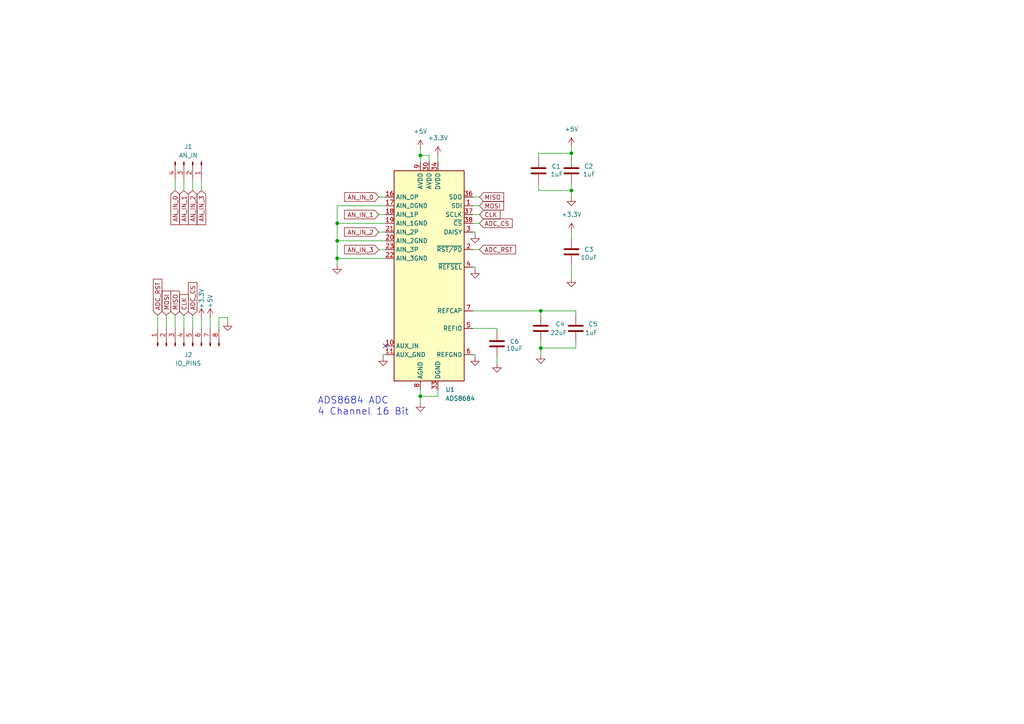
<source format=kicad_sch>
(kicad_sch (version 20231120) (generator "eeschema") (generator_version "8.0")
  (paper "A4")
  (lib_symbols
    (symbol "Analog_ADC:ADS8684"
      (property "Reference" "U" (at -8.89 31.75 0))
      (property "Value" "ADS8684" (at 8.89 31.75 0))
      (symbol "ADS8684_0_1"
        (rectangle (start -10.16 30.48) (end 10.16 -30.48) (stroke (width 0.254)) (fill (type background)))
      )
      (symbol "ADS8684_1_1"
        (pin input line (at 12.7 20.32 180) (length 2.54) (name "SDI") (number "1"))
        (pin input line (at -12.7 -20.32 0) (length 2.54) (name "AUX_IN") (number "10"))
        (pin input line (at -12.7 -22.86 0) (length 2.54) (name "AUX_GND") (number "11"))
        (pin no_connect line (at -10.16 -7.62 0) (length 2.54) hide (name "NC") (number "12"))
        (pin no_connect line (at -10.16 -10.16 0) (length 2.54) hide (name "NC") (number "13"))
        (pin no_connect line (at -10.16 -12.7 0) (length 2.54) hide (name "NC") (number "14"))
        (pin no_connect line (at -10.16 -15.24 0) (length 2.54) hide (name "NC") (number "15"))
        (pin input line (at -12.7 22.86 0) (length 2.54) (name "AIN_0P") (number "16"))
        (pin input line (at -12.7 20.32 0) (length 2.54) (name "AIN_0GND") (number "17"))
        (pin input line (at -12.7 17.78 0) (length 2.54) (name "AIN_1P") (number "18"))
        (pin input line (at -12.7 15.24 0) (length 2.54) (name "AIN_1GND") (number "19"))
        (pin input line (at 12.7 7.62 180) (length 2.54) (name "~{RST/PD}") (number "2"))
        (pin input line (at -12.7 10.16 0) (length 2.54) (name "AIN_2GND") (number "20"))
        (pin input line (at -12.7 12.7 0) (length 2.54) (name "AIN_2P") (number "21"))
        (pin input line (at -12.7 5.08 0) (length 2.54) (name "AIN_3GND") (number "22"))
        (pin input line (at -12.7 7.62 0) (length 2.54) (name "AIN_3P") (number "23"))
        (pin no_connect line (at -10.16 0 0) (length 2.54) hide (name "NC") (number "24"))
        (pin no_connect line (at -10.16 2.54 0) (length 2.54) hide (name "NC") (number "25"))
        (pin no_connect line (at -10.16 -5.08 0) (length 2.54) hide (name "NC") (number "26"))
        (pin no_connect line (at -10.16 -2.54 0) (length 2.54) hide (name "NC") (number "27"))
        (pin passive line (at -2.54 -33.02 90) (length 2.54) hide (name "AGND") (number "28"))
        (pin passive line (at -2.54 -33.02 90) (length 2.54) hide (name "AGND") (number "29"))
        (pin input line (at 12.7 12.7 180) (length 2.54) (name "DAISY") (number "3"))
        (pin power_in line (at 0 33.02 270) (length 2.54) (name "AVDD") (number "30"))
        (pin passive line (at -2.54 -33.02 90) (length 2.54) hide (name "AGND") (number "31"))
        (pin passive line (at -2.54 -33.02 90) (length 2.54) hide (name "AGND") (number "32"))
        (pin power_in line (at 2.54 -33.02 90) (length 2.54) (name "DGND") (number "33"))
        (pin power_in line (at 2.54 33.02 270) (length 2.54) (name "DVDD") (number "34"))
        (pin no_connect line (at 10.16 -5.08 180) (length 2.54) hide (name "DNC") (number "35"))
        (pin output line (at 12.7 22.86 180) (length 2.54) (name "SDO") (number "36"))
        (pin input line (at 12.7 17.78 180) (length 2.54) (name "SCLK") (number "37"))
        (pin input line (at 12.7 15.24 180) (length 2.54) (name "~{CS}") (number "38"))
        (pin input line (at 12.7 2.54 180) (length 2.54) (name "~{REFSEL}") (number "4"))
        (pin passive line (at 12.7 -15.24 180) (length 2.54) (name "REFIO") (number "5"))
        (pin power_in line (at 12.7 -22.86 180) (length 2.54) (name "REFGND") (number "6"))
        (pin passive line (at 12.7 -10.16 180) (length 2.54) (name "REFCAP") (number "7"))
        (pin power_in line (at -2.54 -33.02 90) (length 2.54) (name "AGND") (number "8"))
        (pin power_in line (at -2.54 33.02 270) (length 2.54) (name "AVDD") (number "9"))
      )
    )
    (symbol "Connector:Conn_01x04_Pin" (pin_names (offset 1.016) hide)
      (property "Reference" "J" (at 0 5.08 0))
      (property "Value" "Conn_01x04_Pin" (at 0 -7.62 0))
      (symbol "Conn_01x04_Pin_1_1"
        (polyline (pts (xy 1.27 -5.08) (xy 0.8636 -5.08)) (stroke (width 0.1524)))
        (polyline (pts (xy 1.27 -2.54) (xy 0.8636 -2.54)) (stroke (width 0.1524)))
        (polyline (pts (xy 1.27 0) (xy 0.8636 0)) (stroke (width 0.1524)))
        (polyline (pts (xy 1.27 2.54) (xy 0.8636 2.54)) (stroke (width 0.1524)))
        (rectangle (start 0.8636 -4.953) (end 0 -5.207) (stroke (width 0.1524)) (fill (type outline)))
        (rectangle (start 0.8636 -2.413) (end 0 -2.667) (stroke (width 0.1524)) (fill (type outline)))
        (rectangle (start 0.8636 0.127) (end 0 -0.127) (stroke (width 0.1524)) (fill (type outline)))
        (rectangle (start 0.8636 2.667) (end 0 2.413) (stroke (width 0.1524)) (fill (type outline)))
        (pin passive line (at 5.08 2.54 180) (length 3.81) (name "Pin_1") (number "1"))
        (pin passive line (at 5.08 0 180) (length 3.81) (name "Pin_2") (number "2"))
        (pin passive line (at 5.08 -2.54 180) (length 3.81) (name "Pin_3") (number "3"))
        (pin passive line (at 5.08 -5.08 180) (length 3.81) (name "Pin_4") (number "4"))
      )
    )
    (symbol "Connector:Conn_01x08_Pin" (pin_names (offset 1.016) hide)
      (property "Reference" "J" (at 0 10.16 0))
      (property "Value" "Conn_01x08_Pin" (at 0 -12.7 0))
      (symbol "Conn_01x08_Pin_1_1"
        (polyline (pts (xy 1.27 -10.16) (xy 0.8636 -10.16)) (stroke (width 0.1524)))
        (polyline (pts (xy 1.27 -7.62) (xy 0.8636 -7.62)) (stroke (width 0.1524)))
        (polyline (pts (xy 1.27 -5.08) (xy 0.8636 -5.08)) (stroke (width 0.1524)))
        (polyline (pts (xy 1.27 -2.54) (xy 0.8636 -2.54)) (stroke (width 0.1524)))
        (polyline (pts (xy 1.27 0) (xy 0.8636 0)) (stroke (width 0.1524)))
        (polyline (pts (xy 1.27 2.54) (xy 0.8636 2.54)) (stroke (width 0.1524)))
        (polyline (pts (xy 1.27 5.08) (xy 0.8636 5.08)) (stroke (width 0.1524)))
        (polyline (pts (xy 1.27 7.62) (xy 0.8636 7.62)) (stroke (width 0.1524)))
        (rectangle (start 0.8636 -10.033) (end 0 -10.287) (stroke (width 0.1524)) (fill (type outline)))
        (rectangle (start 0.8636 -7.493) (end 0 -7.747) (stroke (width 0.1524)) (fill (type outline)))
        (rectangle (start 0.8636 -4.953) (end 0 -5.207) (stroke (width 0.1524)) (fill (type outline)))
        (rectangle (start 0.8636 -2.413) (end 0 -2.667) (stroke (width 0.1524)) (fill (type outline)))
        (rectangle (start 0.8636 0.127) (end 0 -0.127) (stroke (width 0.1524)) (fill (type outline)))
        (rectangle (start 0.8636 2.667) (end 0 2.413) (stroke (width 0.1524)) (fill (type outline)))
        (rectangle (start 0.8636 5.207) (end 0 4.953) (stroke (width 0.1524)) (fill (type outline)))
        (rectangle (start 0.8636 7.747) (end 0 7.493) (stroke (width 0.1524)) (fill (type outline)))
        (pin passive line (at 5.08 7.62 180) (length 3.81) (name "Pin_1") (number "1"))
        (pin passive line (at 5.08 5.08 180) (length 3.81) (name "Pin_2") (number "2"))
        (pin passive line (at 5.08 2.54 180) (length 3.81) (name "Pin_3") (number "3"))
        (pin passive line (at 5.08 0 180) (length 3.81) (name "Pin_4") (number "4"))
        (pin passive line (at 5.08 -2.54 180) (length 3.81) (name "Pin_5") (number "5"))
        (pin passive line (at 5.08 -5.08 180) (length 3.81) (name "Pin_6") (number "6"))
        (pin passive line (at 5.08 -7.62 180) (length 3.81) (name "Pin_7") (number "7"))
        (pin passive line (at 5.08 -10.16 180) (length 3.81) (name "Pin_8") (number "8"))
      )
    )
    (symbol "Device:C" (pin_numbers hide) (pin_names (offset 0.254))
      (property "Reference" "C" (at 0.635 2.54 0))
      (property "Value" "C" (at 0.635 -2.54 0))
      (symbol "C_0_1"
        (polyline (pts (xy -2.032 -0.762) (xy 2.032 -0.762)) (stroke (width 0.508)))
        (polyline (pts (xy -2.032 0.762) (xy 2.032 0.762)) (stroke (width 0.508)))
      )
      (symbol "C_1_1"
        (pin passive line (at 0 3.81 270) (length 2.794) (name "~") (number "1"))
        (pin passive line (at 0 -3.81 90) (length 2.794) (name "~") (number "2"))
      )
    )
    (symbol "power:+3.3V" (power) (pin_names (offset 0))
      (property "Value" "+3.3V" (at 0 3.556 0))
      (symbol "+3.3V_0_1"
        (polyline (pts (xy -0.762 1.27) (xy 0 2.54)))
        (polyline (pts (xy 0 0) (xy 0 2.54)))
        (polyline (pts (xy 0 2.54) (xy 0.762 1.27)))
      )
      (symbol "+3.3V_1_1"
        (pin power_in line (at 0 0 90) (length 0) hide (name "+3.3V") (number "1"))
      )
    )
    (symbol "power:+5V" (power) (pin_names (offset 0))
      (property "Value" "+5V" (at 0 3.556 0))
      (symbol "+5V_0_1"
        (polyline (pts (xy -0.762 1.27) (xy 0 2.54)))
        (polyline (pts (xy 0 0) (xy 0 2.54)))
        (polyline (pts (xy 0 2.54) (xy 0.762 1.27)))
      )
      (symbol "+5V_1_1"
        (pin power_in line (at 0 0 90) (length 0) hide (name "+5V") (number "1"))
      )
    )
    (symbol "power:GND" (power) (pin_names (offset 0))
      (property "Value" "GND" (at 0 -3.81 0))
      (symbol "GND_0_1"
        (polyline (pts (xy 0 0) (xy 0 -1.27) (xy 1.27 -1.27) (xy 0 -2.54) (xy -1.27 -1.27) (xy 0 -1.27)))
      )
      (symbol "GND_1_1"
        (pin power_in line (at 0 0 270) (length 0) hide (name "GND") (number "1"))
      )
    )
  )
  (junction (at 121.92 45.085))
  (junction (at 121.92 114.935))
  (junction (at 165.735 44.45))
  (junction (at 156.845 100.965))
  (junction (at 97.79 64.77))
  (junction (at 156.845 90.17))
  (junction (at 165.735 55.245))
  (junction (at 97.79 69.85))
  (junction (at 97.79 74.93))
  (no_connect (at 111.76 100.33))
  (wire (pts (xy 97.79 74.93) (xy 111.76 74.93)))
  (wire (pts (xy 53.34 55.245) (xy 53.34 52.07)))
  (wire (pts (xy 156.845 90.17) (xy 167.005 90.17)))
  (wire (pts (xy 63.5 92.075) (xy 63.5 95.25)))
  (wire (pts (xy 156.21 55.245) (xy 165.735 55.245)))
  (wire (pts (xy 165.735 45.72) (xy 165.735 44.45)))
  (wire (pts (xy 165.735 44.45) (xy 156.21 44.45)))
  (wire (pts (xy 156.21 44.45) (xy 156.21 45.72)))
  (wire (pts (xy 121.92 116.84) (xy 121.92 114.935)))
  (wire (pts (xy 137.16 95.25) (xy 144.145 95.25)))
  (wire (pts (xy 55.88 55.245) (xy 55.88 52.07)))
  (wire (pts (xy 139.065 64.77) (xy 137.16 64.77)))
  (wire (pts (xy 58.42 55.245) (xy 58.42 52.07)))
  (wire (pts (xy 137.16 77.47) (xy 137.795 77.47)))
  (wire (pts (xy 165.735 53.34) (xy 165.735 55.245)))
  (wire (pts (xy 139.065 57.15) (xy 137.16 57.15)))
  (wire (pts (xy 45.72 91.44) (xy 45.72 95.25)))
  (wire (pts (xy 121.92 113.03) (xy 121.92 114.935)))
  (wire (pts (xy 165.735 42.545) (xy 165.735 44.45)))
  (wire (pts (xy 50.8 91.44) (xy 50.8 95.25)))
  (wire (pts (xy 124.46 45.085) (xy 124.46 46.99)))
  (wire (pts (xy 97.79 64.77) (xy 97.79 69.85)))
  (wire (pts (xy 137.795 77.47) (xy 137.795 78.105)))
  (wire (pts (xy 156.845 100.965) (xy 156.845 99.06)))
  (wire (pts (xy 111.76 64.77) (xy 97.79 64.77)))
  (wire (pts (xy 165.735 76.835) (xy 165.735 80.645)))
  (wire (pts (xy 109.855 72.39) (xy 111.76 72.39)))
  (wire (pts (xy 144.145 105.41) (xy 144.145 103.505)))
  (wire (pts (xy 50.8 55.245) (xy 50.8 52.07)))
  (wire (pts (xy 121.92 45.085) (xy 121.92 46.99)))
  (wire (pts (xy 156.845 91.44) (xy 156.845 90.17)))
  (wire (pts (xy 127 113.03) (xy 127 114.935)))
  (wire (pts (xy 55.88 91.44) (xy 55.88 95.25)))
  (wire (pts (xy 156.21 53.34) (xy 156.21 55.245)))
  (wire (pts (xy 111.76 102.87) (xy 111.125 102.87)))
  (wire (pts (xy 167.005 100.965) (xy 156.845 100.965)))
  (wire (pts (xy 121.92 43.18) (xy 121.92 45.085)))
  (wire (pts (xy 66.04 93.345) (xy 66.04 92.075)))
  (wire (pts (xy 60.96 92.075) (xy 60.96 95.25)))
  (wire (pts (xy 109.855 57.15) (xy 111.76 57.15)))
  (wire (pts (xy 139.065 72.39) (xy 137.16 72.39)))
  (wire (pts (xy 111.125 102.87) (xy 111.125 103.505)))
  (wire (pts (xy 66.04 92.075) (xy 63.5 92.075)))
  (wire (pts (xy 165.735 67.31) (xy 165.735 69.215)))
  (wire (pts (xy 111.76 59.69) (xy 97.79 59.69)))
  (wire (pts (xy 97.79 69.85) (xy 97.79 74.93)))
  (wire (pts (xy 111.76 69.85) (xy 97.79 69.85)))
  (wire (pts (xy 48.26 91.44) (xy 48.26 95.25)))
  (wire (pts (xy 97.79 59.69) (xy 97.79 64.77)))
  (wire (pts (xy 139.065 59.69) (xy 137.16 59.69)))
  (wire (pts (xy 167.005 90.17) (xy 167.005 91.44)))
  (wire (pts (xy 58.42 92.075) (xy 58.42 95.25)))
  (wire (pts (xy 137.795 67.31) (xy 137.795 67.945)))
  (wire (pts (xy 127 45.085) (xy 127 46.99)))
  (wire (pts (xy 109.855 67.31) (xy 111.76 67.31)))
  (wire (pts (xy 165.735 55.245) (xy 165.735 57.15)))
  (wire (pts (xy 167.005 99.06) (xy 167.005 100.965)))
  (wire (pts (xy 124.46 45.085) (xy 121.92 45.085)))
  (wire (pts (xy 137.16 67.31) (xy 137.795 67.31)))
  (wire (pts (xy 156.845 102.87) (xy 156.845 100.965)))
  (wire (pts (xy 137.16 102.87) (xy 137.795 102.87)))
  (wire (pts (xy 109.855 62.23) (xy 111.76 62.23)))
  (wire (pts (xy 137.795 102.87) (xy 137.795 103.505)))
  (wire (pts (xy 53.34 91.44) (xy 53.34 95.25)))
  (wire (pts (xy 144.145 95.25) (xy 144.145 95.885)))
  (wire (pts (xy 137.16 90.17) (xy 156.845 90.17)))
  (wire (pts (xy 97.79 74.93) (xy 97.79 76.835)))
  (wire (pts (xy 121.92 114.935) (xy 127 114.935)))
  (wire (pts (xy 139.065 62.23) (xy 137.16 62.23)))
  (text "ADS8684 ADC\n4 Channel 16 Bit " (at 92.075 120.65 0) (effects (font (size 2 2)) (justify left bottom)))
  (global_label "AN_IN_1" (shape input) (at 53.34 55.245 270) (property "Intersheetrefs" "${INTERSHEET_REFS}" (effects (hide yes))))
  (global_label "MISO" (shape input) (at 50.8 91.44 90) (property "Intersheetrefs" "${INTERSHEET_REFS}" (effects (hide yes))))
  (global_label "ADC_CS" (shape input) (at 55.88 91.44 90) (property "Intersheetrefs" "${INTERSHEET_REFS}" (effects (hide yes))))
  (global_label "ADC_RST" (shape input) (at 45.72 91.44 90) (property "Intersheetrefs" "${INTERSHEET_REFS}" (effects (hide yes))))
  (global_label "MISO" (shape input) (at 139.065 57.15 0) (property "Intersheetrefs" "${INTERSHEET_REFS}" (effects (hide yes))))
  (global_label "MOSI" (shape input) (at 48.26 91.44 90) (property "Intersheetrefs" "${INTERSHEET_REFS}" (effects (hide yes))))
  (global_label "ADC_RST" (shape input) (at 139.065 72.39 0) (property "Intersheetrefs" "${INTERSHEET_REFS}" (effects (hide yes))))
  (global_label "AN_IN_0" (shape input) (at 109.855 57.15 180) (property "Intersheetrefs" "${INTERSHEET_REFS}" (effects (hide yes))))
  (global_label "AN_IN_2" (shape input) (at 109.855 67.31 180) (property "Intersheetrefs" "${INTERSHEET_REFS}" (effects (hide yes))))
  (global_label "AN_IN_3" (shape input) (at 58.42 55.245 270) (property "Intersheetrefs" "${INTERSHEET_REFS}" (effects (hide yes))))
  (global_label "AN_IN_1" (shape input) (at 109.855 62.23 180) (property "Intersheetrefs" "${INTERSHEET_REFS}" (effects (hide yes))))
  (global_label "MOSI" (shape input) (at 139.065 59.69 0) (property "Intersheetrefs" "${INTERSHEET_REFS}" (effects (hide yes))))
  (global_label "AN_IN_0" (shape input) (at 50.8 55.245 270) (property "Intersheetrefs" "${INTERSHEET_REFS}" (effects (hide yes))))
  (global_label "CLK" (shape input) (at 53.34 91.44 90) (property "Intersheetrefs" "${INTERSHEET_REFS}" (effects (hide yes))))
  (global_label "ADC_CS" (shape input) (at 139.065 64.77 0) (property "Intersheetrefs" "${INTERSHEET_REFS}" (effects (hide yes))))
  (global_label "AN_IN_2" (shape input) (at 55.88 55.245 270) (property "Intersheetrefs" "${INTERSHEET_REFS}" (effects (hide yes))))
  (global_label "AN_IN_3" (shape input) (at 109.855 72.39 180) (property "Intersheetrefs" "${INTERSHEET_REFS}" (effects (hide yes))))
  (global_label "CLK" (shape input) (at 139.065 62.23 0) (property "Intersheetrefs" "${INTERSHEET_REFS}" (effects (hide yes))))
  (symbol (lib_id "power:GND") (at 137.795 103.505 0) (unit 1)
    (property "Reference" "#PWR012" (effects (hide yes)))
    (property "Value" "GND" (effects (hide yes)))
  )
  (symbol (lib_id "power:GND") (at 144.145 105.41 0) (unit 1)
    (property "Reference" "#PWR013" (effects (hide yes)))
    (property "Value" "GND" (effects (hide yes)))
  )
  (symbol (lib_id "power:GND") (at 97.79 76.835 0) (unit 1)
    (property "Reference" "#PWR07" (effects (hide yes)))
    (property "Value" "GND" (effects (hide yes)))
  )
  (symbol (lib_id "Connector:Conn_01x04_Pin") (at 55.88 46.99 270) (unit 1)
    (property "Reference" "J1" (at 54.61 42.545 90))
    (property "Value" "AN_IN" (at 54.61 45.085 90))
    (property "Footprint" "Connector_PinHeader_2.54mm:PinHeader_1x04_P2.54mm_Vertical" (effects (hide yes)))
    (property "Description" "Generic connector, single row, 01x04, script generated" (effects (hide yes)))
  )
  (symbol (lib_id "Device:C") (at 156.21 49.53 180) (unit 1)
    (property "Reference" "C1" (at 162.687 48.26 0) (effects (justify left)))
    (property "Value" "1uF" (at 163.322 50.546 0) (effects (justify left)))
    (property "Footprint" "Capacitor_SMD:C_0603_1608Metric" (effects (hide yes)))
  )
  (symbol (lib_id "power:GND") (at 137.795 67.945 0) (unit 1)
    (property "Reference" "#PWR06" (effects (hide yes)))
    (property "Value" "GND" (effects (hide yes)))
  )
  (symbol (lib_id "power:+3.3V") (at 165.735 67.31 0) (unit 1)
    (property "Reference" "#PWR05" (effects (hide yes)))
    (property "Value" "+3.3V" (at 165.735 62.23 0))
  )
  (symbol (lib_id "Connector:Conn_01x08_Pin") (at 53.34 100.33 90) (unit 1)
    (property "Reference" "J2" (at 54.61 102.87 90))
    (property "Value" "IO_PINS" (at 54.61 105.41 90))
    (property "Footprint" "Connector_PinHeader_2.54mm:PinHeader_1x08_P2.54mm_Vertical" (effects (hide yes)))
    (property "Description" "Generic connector, single row, 01x08, script generated" (effects (hide yes)))
  )
  (symbol (lib_id "Device:C") (at 165.735 49.53 180) (unit 1)
    (property "Reference" "C2" (at 172.085 48.26 0) (effects (justify left)))
    (property "Value" "1uF" (at 172.72 50.546 0) (effects (justify left)))
    (property "Footprint" "Capacitor_SMD:C_0603_1608Metric" (effects (hide yes)))
  )
  (symbol (lib_id "power:+5V") (at 121.92 43.18 0) (unit 1)
    (property "Reference" "#PWR02" (effects (hide yes)))
    (property "Value" "+5V" (at 121.92 38.1 0))
  )
  (symbol (lib_id "power:GND") (at 165.735 80.645 0) (unit 1)
    (property "Reference" "#PWR09" (effects (hide yes)))
    (property "Value" "GND" (effects (hide yes)))
  )
  (symbol (lib_id "Device:C") (at 167.005 95.25 180) (unit 1)
    (property "Reference" "C5" (at 173.355 93.98 0) (effects (justify left)))
    (property "Value" "1uF" (at 173.355 96.52 0) (effects (justify left)))
    (property "Footprint" "Capacitor_SMD:C_0603_1608Metric" (effects (hide yes)))
  )
  (symbol (lib_id "Device:C") (at 144.145 99.695 0) (unit 1)
    (property "Reference" "C6" (at 149.225 99.06 0))
    (property "Value" "10uF" (at 149.225 101.092 0))
    (property "Footprint" "Capacitor_SMD:C_0603_1608Metric" (effects (hide yes)))
  )
  (symbol (lib_id "power:GND") (at 156.845 102.87 0) (unit 1)
    (property "Reference" "#PWR010" (effects (hide yes)))
    (property "Value" "GND" (effects (hide yes)))
  )
  (symbol (lib_id "power:GND") (at 66.04 93.345 0) (unit 1)
    (property "Reference" "#PWR015" (effects (hide yes)))
    (property "Value" "GND" (effects (hide yes)))
  )
  (symbol (lib_id "power:+3.3V") (at 127 45.085 0) (unit 1)
    (property "Reference" "#PWR03" (effects (hide yes)))
    (property "Value" "+3.3V" (at 127 40.005 0))
  )
  (symbol (lib_id "power:GND") (at 137.795 78.105 0) (unit 1)
    (property "Reference" "#PWR08" (effects (hide yes)))
    (property "Value" "GND" (effects (hide yes)))
  )
  (symbol (lib_id "power:+5V") (at 60.96 92.075 0) (mirror y) (unit 1)
    (property "Reference" "#PWR016" (effects (hide yes)))
    (property "Value" "+5V" (at 60.96 87.376 90))
  )
  (symbol (lib_id "power:+3.3V") (at 58.42 92.075 0) (mirror y) (unit 1)
    (property "Reference" "#PWR017" (effects (hide yes)))
    (property "Value" "+3.3V" (at 58.42 86.614 90))
  )
  (symbol (lib_id "power:GND") (at 165.735 57.15 0) (unit 1)
    (property "Reference" "#PWR04" (effects (hide yes)))
    (property "Value" "GND" (effects (hide yes)))
  )
  (symbol (lib_id "power:+5V") (at 165.735 42.545 0) (unit 1)
    (property "Reference" "#PWR01" (effects (hide yes)))
    (property "Value" "+5V" (at 165.735 37.465 0))
  )
  (symbol (lib_id "Device:C") (at 165.735 73.025 180) (unit 1)
    (property "Reference" "C3" (at 170.815 72.39 0))
    (property "Value" "10uF" (at 170.815 74.676 0))
    (property "Footprint" "Capacitor_SMD:C_0805_2012Metric" (effects (hide yes)))
  )
  (symbol (lib_id "Device:C") (at 156.845 95.25 180) (unit 1)
    (property "Reference" "C4" (at 163.83 93.98 0) (effects (justify left)))
    (property "Value" "22uF" (at 164.465 96.52 0) (effects (justify left)))
    (property "Footprint" "Capacitor_SMD:C_1210_3225Metric" (effects (hide yes)))
  )
  (symbol (lib_id "Analog_ADC:ADS8684") (at 124.46 80.01 0) (unit 1)
    (property "Reference" "U1" (at 129.1941 113.03 0) (effects (justify left)))
    (property "Value" "ADS8684" (at 129.1941 115.57 0) (effects (justify left)))
    (property "Footprint" "Package_SO:TSSOP-38_4.4x9.7mm_P0.5mm" (effects (hide yes)))
    (property "Datasheet" "http://www.ti.com/lit/ds/symlink/ads8688.pdf" (effects (hide yes)))
  )
  (symbol (lib_id "power:GND") (at 111.125 103.505 0) (mirror y) (unit 1)
    (property "Reference" "#PWR011" (effects (hide yes)))
    (property "Value" "GND" (effects (hide yes)))
  )
  (symbol (lib_id "power:GND") (at 121.92 116.84 0) (mirror y) (unit 1)
    (property "Reference" "#PWR014" (effects (hide yes)))
    (property "Value" "GND" (effects (hide yes)))
  )
)
</source>
